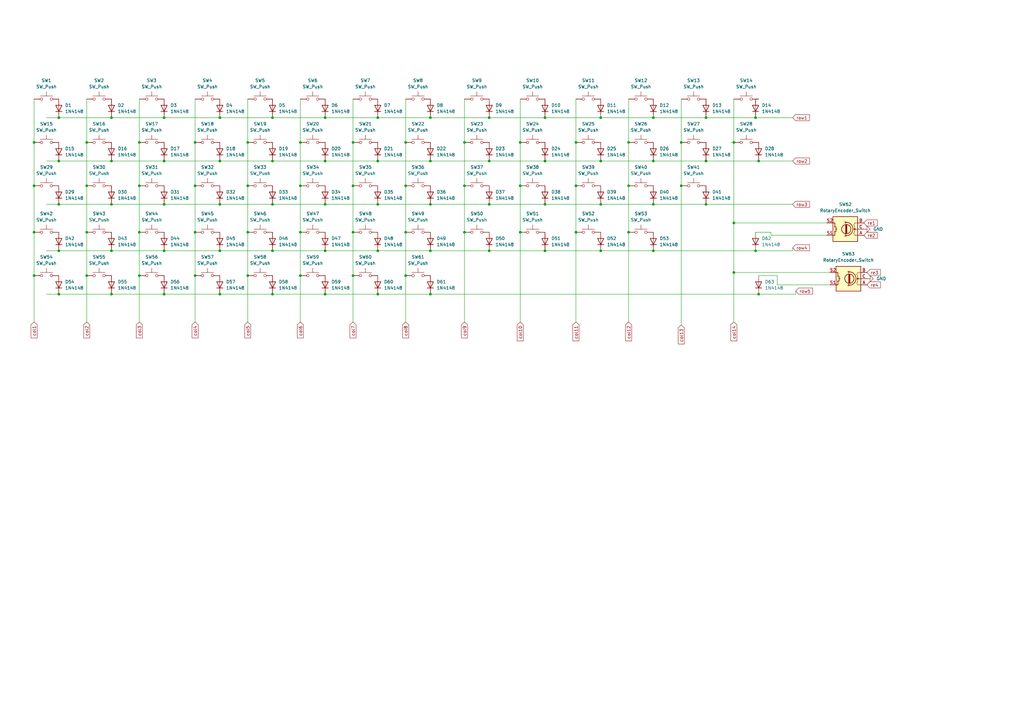
<source format=kicad_sch>
(kicad_sch (version 20250114) (generator "eeschema") (generator_version "9.0")
  (paper "A3")
  (junction (at 246.38 48.26))
  (junction (at 111.76 66.04))
  (junction (at 166.37 76.2))
  (junction (at 166.37 113.03))
  (junction (at 176.53 83.82))
  (junction (at 35.56 95.25))
  (junction (at 67.31 66.04))
  (junction (at 24.13 48.26))
  (junction (at 123.19 76.2))
  (junction (at 90.17 48.26))
  (junction (at 101.6 58.42))
  (junction (at 300.99 58.42))
  (junction (at 133.35 48.26))
  (junction (at 57.15 95.25))
  (junction (at 267.97 102.87))
  (junction (at 123.19 95.25))
  (junction (at 101.6 113.03))
  (junction (at 13.97 95.25))
  (junction (at 144.78 76.2))
  (junction (at 123.19 58.42))
  (junction (at 213.36 58.42))
  (junction (at 154.94 120.65))
  (junction (at 289.56 83.82))
  (junction (at 200.66 66.04))
  (junction (at 90.17 102.87))
  (junction (at 13.97 76.2))
  (junction (at 176.53 120.65))
  (junction (at 90.17 66.04))
  (junction (at 24.13 66.04))
  (junction (at 267.97 48.26))
  (junction (at 176.53 66.04))
  (junction (at 45.72 66.04))
  (junction (at 236.22 76.2))
  (junction (at 190.5 95.25))
  (junction (at 267.97 66.04))
  (junction (at 279.4 76.2))
  (junction (at 35.56 76.2))
  (junction (at 45.72 48.26))
  (junction (at 80.01 58.42))
  (junction (at 45.72 83.82))
  (junction (at 300.99 111.76))
  (junction (at 154.94 83.82))
  (junction (at 133.35 120.65))
  (junction (at 154.94 102.87))
  (junction (at 80.01 76.2))
  (junction (at 257.81 76.2))
  (junction (at 236.22 58.42))
  (junction (at 223.52 48.26))
  (junction (at 176.53 48.26))
  (junction (at 223.52 83.82))
  (junction (at 289.56 66.04))
  (junction (at 200.66 102.87))
  (junction (at 80.01 95.25))
  (junction (at 111.76 83.82))
  (junction (at 166.37 58.42))
  (junction (at 144.78 58.42))
  (junction (at 190.5 76.2))
  (junction (at 257.81 58.42))
  (junction (at 57.15 76.2))
  (junction (at 24.13 102.87))
  (junction (at 213.36 95.25))
  (junction (at 57.15 113.03))
  (junction (at 200.66 48.26))
  (junction (at 289.56 48.26))
  (junction (at 144.78 113.03))
  (junction (at 166.37 95.25))
  (junction (at 309.88 102.87))
  (junction (at 154.94 48.26))
  (junction (at 111.76 102.87))
  (junction (at 311.15 120.65))
  (junction (at 133.35 66.04))
  (junction (at 90.17 83.82))
  (junction (at 311.15 66.04))
  (junction (at 246.38 66.04))
  (junction (at 35.56 58.42))
  (junction (at 57.15 58.42))
  (junction (at 111.76 120.65))
  (junction (at 144.78 95.25))
  (junction (at 111.76 48.26))
  (junction (at 190.5 58.42))
  (junction (at 101.6 76.2))
  (junction (at 133.35 102.87))
  (junction (at 67.31 102.87))
  (junction (at 279.4 58.42))
  (junction (at 257.81 95.25))
  (junction (at 80.01 113.03))
  (junction (at 123.19 113.03))
  (junction (at 101.6 95.25))
  (junction (at 154.94 66.04))
  (junction (at 300.99 91.44))
  (junction (at 24.13 120.65))
  (junction (at 267.97 83.82))
  (junction (at 246.38 102.87))
  (junction (at 223.52 102.87))
  (junction (at 236.22 95.25))
  (junction (at 35.56 113.03))
  (junction (at 213.36 76.2))
  (junction (at 223.52 66.04))
  (junction (at 67.31 48.26))
  (junction (at 13.97 113.03))
  (junction (at 24.13 83.82))
  (junction (at 246.38 83.82))
  (junction (at 67.31 83.82))
  (junction (at 309.88 48.26))
  (junction (at 133.35 83.82))
  (junction (at 45.72 102.87))
  (junction (at 13.97 58.42))
  (junction (at 67.31 120.65))
  (junction (at 176.53 102.87))
  (junction (at 45.72 120.65))
  (junction (at 90.17 120.65))
  (junction (at 200.66 83.82))
  (wire (pts (xy 80.01 58.42) (xy 80.01 76.2)))
  (wire (pts (xy 200.66 83.82) (xy 223.52 83.82)))
  (wire (pts (xy 133.35 66.04) (xy 154.94 66.04)))
  (wire (pts (xy 67.31 102.87) (xy 90.17 102.87)))
  (wire (pts (xy 166.37 95.25) (xy 166.37 113.03)))
  (wire (pts (xy 24.13 66.04) (xy 45.72 66.04)))
  (wire (pts (xy 166.37 40.64) (xy 166.37 58.42)))
  (wire (pts (xy 200.66 48.26) (xy 223.52 48.26)))
  (wire (pts (xy 190.5 40.64) (xy 190.5 58.42)))
  (wire (pts (xy 213.36 76.2) (xy 213.36 95.25)))
  (wire (pts (xy 267.97 66.04) (xy 289.56 66.04)))
  (wire (pts (xy 67.31 66.04) (xy 90.17 66.04)))
  (wire (pts (xy 90.17 120.65) (xy 111.76 120.65)))
  (wire (pts (xy 13.97 58.42) (xy 13.97 76.2)))
  (wire (pts (xy 190.5 76.2) (xy 190.5 95.25)))
  (wire (pts (xy 90.17 66.04) (xy 111.76 66.04)))
  (wire (pts (xy 101.6 76.2) (xy 101.6 95.25)))
  (wire (pts (xy 176.53 83.82) (xy 200.66 83.82)))
  (wire (pts (xy 246.38 48.26) (xy 267.97 48.26)))
  (wire (pts (xy 57.15 113.03) (xy 57.15 132.08)))
  (wire (pts (xy 279.4 76.2) (xy 279.4 133.35)))
  (wire (pts (xy 267.97 83.82) (xy 289.56 83.82)))
  (wire (pts (xy 67.31 120.65) (xy 90.17 120.65)))
  (wire (pts (xy 316.23 96.52) (xy 316.23 95.25)))
  (wire (pts (xy 300.99 111.76) (xy 300.99 132.08)))
  (wire (pts (xy 325.12 102.87) (xy 325.12 101.6)))
  (wire (pts (xy 133.35 83.82) (xy 154.94 83.82)))
  (wire (pts (xy 35.56 95.25) (xy 35.56 113.03)))
  (wire (pts (xy 45.72 66.04) (xy 67.31 66.04)))
  (wire (pts (xy 19.05 102.87) (xy 24.13 102.87)))
  (wire (pts (xy 57.15 95.25) (xy 57.15 113.03)))
  (wire (pts (xy 257.81 40.64) (xy 257.81 58.42)))
  (wire (pts (xy 144.78 40.64) (xy 144.78 58.42)))
  (wire (pts (xy 309.88 48.26) (xy 325.12 48.26)))
  (wire (pts (xy 190.5 58.42) (xy 190.5 76.2)))
  (wire (pts (xy 80.01 76.2) (xy 80.01 95.25)))
  (wire (pts (xy 223.52 102.87) (xy 246.38 102.87)))
  (wire (pts (xy 300.99 111.76) (xy 340.36 111.76)))
  (wire (pts (xy 13.97 95.25) (xy 13.97 113.03)))
  (wire (pts (xy 80.01 113.03) (xy 80.01 132.08)))
  (wire (pts (xy 309.88 102.87) (xy 325.12 102.87)))
  (wire (pts (xy 200.66 102.87) (xy 223.52 102.87)))
  (wire (pts (xy 133.35 102.87) (xy 154.94 102.87)))
  (wire (pts (xy 101.6 40.64) (xy 101.6 58.42)))
  (wire (pts (xy 154.94 66.04) (xy 176.53 66.04)))
  (wire (pts (xy 35.56 76.2) (xy 35.56 95.25)))
  (wire (pts (xy 176.53 120.65) (xy 311.15 120.65)))
  (wire (pts (xy 90.17 83.82) (xy 111.76 83.82)))
  (wire (pts (xy 123.19 113.03) (xy 123.19 132.08)))
  (wire (pts (xy 213.36 40.64) (xy 213.36 58.42)))
  (wire (pts (xy 19.05 66.04) (xy 24.13 66.04)))
  (wire (pts (xy 67.31 83.82) (xy 90.17 83.82)))
  (wire (pts (xy 166.37 76.2) (xy 166.37 95.25)))
  (wire (pts (xy 176.53 48.26) (xy 200.66 48.26)))
  (wire (pts (xy 257.81 76.2) (xy 257.81 95.25)))
  (wire (pts (xy 176.53 66.04) (xy 200.66 66.04)))
  (wire (pts (xy 326.39 120.65) (xy 326.39 119.38)))
  (wire (pts (xy 24.13 102.87) (xy 45.72 102.87)))
  (wire (pts (xy 340.36 116.84) (xy 318.77 116.84)))
  (wire (pts (xy 35.56 58.42) (xy 35.56 76.2)))
  (wire (pts (xy 289.56 48.26) (xy 309.88 48.26)))
  (wire (pts (xy 80.01 95.25) (xy 80.01 113.03)))
  (wire (pts (xy 90.17 102.87) (xy 111.76 102.87)))
  (wire (pts (xy 67.31 48.26) (xy 90.17 48.26)))
  (wire (pts (xy 223.52 48.26) (xy 246.38 48.26)))
  (wire (pts (xy 190.5 95.25) (xy 190.5 132.08)))
  (wire (pts (xy 45.72 102.87) (xy 67.31 102.87)))
  (wire (pts (xy 318.77 116.84) (xy 318.77 113.03)))
  (wire (pts (xy 257.81 95.25) (xy 257.81 132.08)))
  (wire (pts (xy 101.6 58.42) (xy 101.6 76.2)))
  (wire (pts (xy 279.4 58.42) (xy 279.4 76.2)))
  (wire (pts (xy 311.15 66.04) (xy 325.12 66.04)))
  (wire (pts (xy 101.6 95.25) (xy 101.6 113.03)))
  (wire (pts (xy 289.56 83.82) (xy 325.12 83.82)))
  (wire (pts (xy 311.15 120.65) (xy 326.39 120.65)))
  (wire (pts (xy 24.13 48.26) (xy 45.72 48.26)))
  (wire (pts (xy 13.97 40.64) (xy 13.97 58.42)))
  (wire (pts (xy 166.37 113.03) (xy 166.37 132.08)))
  (wire (pts (xy 144.78 58.42) (xy 144.78 76.2)))
  (wire (pts (xy 236.22 76.2) (xy 236.22 95.25)))
  (wire (pts (xy 339.09 96.52) (xy 316.23 96.52)))
  (wire (pts (xy 236.22 40.64) (xy 236.22 58.42)))
  (wire (pts (xy 35.56 113.03) (xy 35.56 132.08)))
  (wire (pts (xy 300.99 40.64) (xy 300.99 58.42)))
  (wire (pts (xy 246.38 66.04) (xy 267.97 66.04)))
  (wire (pts (xy 318.77 113.03) (xy 311.15 113.03)))
  (wire (pts (xy 13.97 76.2) (xy 13.97 95.25)))
  (wire (pts (xy 213.36 95.25) (xy 213.36 132.08)))
  (wire (pts (xy 166.37 58.42) (xy 166.37 76.2)))
  (wire (pts (xy 289.56 66.04) (xy 311.15 66.04)))
  (wire (pts (xy 246.38 102.87) (xy 267.97 102.87)))
  (wire (pts (xy 213.36 58.42) (xy 213.36 76.2)))
  (wire (pts (xy 223.52 66.04) (xy 246.38 66.04)))
  (wire (pts (xy 144.78 113.03) (xy 144.78 132.08)))
  (wire (pts (xy 123.19 76.2) (xy 123.19 95.25)))
  (wire (pts (xy 300.99 58.42) (xy 299.72 58.42)))
  (wire (pts (xy 111.76 48.26) (xy 133.35 48.26)))
  (wire (pts (xy 111.76 83.82) (xy 133.35 83.82)))
  (wire (pts (xy 45.72 120.65) (xy 67.31 120.65)))
  (wire (pts (xy 257.81 58.42) (xy 257.81 76.2)))
  (wire (pts (xy 35.56 40.64) (xy 35.56 58.42)))
  (wire (pts (xy 45.72 48.26) (xy 67.31 48.26)))
  (wire (pts (xy 13.97 113.03) (xy 13.97 132.08)))
  (wire (pts (xy 267.97 102.87) (xy 309.88 102.87)))
  (wire (pts (xy 279.4 40.64) (xy 279.4 58.42)))
  (wire (pts (xy 154.94 102.87) (xy 176.53 102.87)))
  (wire (pts (xy 111.76 120.65) (xy 133.35 120.65)))
  (wire (pts (xy 111.76 66.04) (xy 133.35 66.04)))
  (wire (pts (xy 316.23 95.25) (xy 309.88 95.25)))
  (wire (pts (xy 57.15 40.64) (xy 57.15 58.42)))
  (wire (pts (xy 133.35 48.26) (xy 154.94 48.26)))
  (wire (pts (xy 19.05 48.26) (xy 24.13 48.26)))
  (wire (pts (xy 19.05 83.82) (xy 24.13 83.82)))
  (wire (pts (xy 90.17 48.26) (xy 111.76 48.26)))
  (wire (pts (xy 236.22 58.42) (xy 236.22 76.2)))
  (wire (pts (xy 80.01 40.64) (xy 80.01 58.42)))
  (wire (pts (xy 267.97 48.26) (xy 289.56 48.26)))
  (wire (pts (xy 101.6 113.03) (xy 101.6 132.08)))
  (wire (pts (xy 45.72 83.82) (xy 67.31 83.82)))
  (wire (pts (xy 133.35 120.65) (xy 154.94 120.65)))
  (wire (pts (xy 236.22 95.25) (xy 236.22 132.08)))
  (wire (pts (xy 19.05 120.65) (xy 24.13 120.65)))
  (wire (pts (xy 154.94 120.65) (xy 176.53 120.65)))
  (wire (pts (xy 24.13 83.82) (xy 45.72 83.82)))
  (wire (pts (xy 57.15 76.2) (xy 57.15 95.25)))
  (wire (pts (xy 123.19 40.64) (xy 123.19 58.42)))
  (wire (pts (xy 154.94 48.26) (xy 176.53 48.26)))
  (wire (pts (xy 200.66 66.04) (xy 223.52 66.04)))
  (wire (pts (xy 144.78 76.2) (xy 144.78 95.25)))
  (wire (pts (xy 24.13 120.65) (xy 45.72 120.65)))
  (wire (pts (xy 123.19 58.42) (xy 123.19 76.2)))
  (wire (pts (xy 111.76 102.87) (xy 133.35 102.87)))
  (wire (pts (xy 176.53 102.87) (xy 200.66 102.87)))
  (wire (pts (xy 57.15 58.42) (xy 57.15 76.2)))
  (wire (pts (xy 123.19 95.25) (xy 123.19 113.03)))
  (wire (pts (xy 154.94 83.82) (xy 176.53 83.82)))
  (wire (pts (xy 300.99 58.42) (xy 300.99 91.44)))
  (wire (pts (xy 246.38 83.82) (xy 267.97 83.82)))
  (wire (pts (xy 339.09 91.44) (xy 300.99 91.44)))
  (wire (pts (xy 144.78 95.25) (xy 144.78 113.03)))
  (wire (pts (xy 300.99 91.44) (xy 300.99 111.76)))
  (wire (pts (xy 311.15 40.64) (xy 309.88 40.64)))
  (wire (pts (xy 223.52 83.82) (xy 246.38 83.82)))
  (global_label "row4" (shape input) (at 325.12 101.6 0) (property "Intersheetrefs" "${INTERSHEET_REFS}" (effects (hide yes))))
  (global_label "col6" (shape input) (at 123.19 132.08 270) (property "Intersheetrefs" "${INTERSHEET_REFS}" (effects (hide yes))))
  (global_label "col10" (shape input) (at 213.36 132.08 270) (property "Intersheetrefs" "${INTERSHEET_REFS}" (effects (hide yes))))
  (global_label "row5" (shape input) (at 326.39 119.38 0) (property "Intersheetrefs" "${INTERSHEET_REFS}" (effects (hide yes))))
  (global_label "col8" (shape input) (at 166.37 132.08 270) (property "Intersheetrefs" "${INTERSHEET_REFS}" (effects (hide yes))))
  (global_label "re4" (shape input) (at 355.6 116.84 0) (property "Intersheetrefs" "${INTERSHEET_REFS}" (effects (hide yes))))
  (global_label "re3" (shape input) (at 355.6 111.76 0) (property "Intersheetrefs" "${INTERSHEET_REFS}" (effects (hide yes))))
  (global_label "col5" (shape input) (at 101.6 132.08 270) (property "Intersheetrefs" "${INTERSHEET_REFS}" (effects (hide yes))))
  (global_label "row3" (shape input) (at 325.12 83.82 0) (property "Intersheetrefs" "${INTERSHEET_REFS}" (effects (hide yes))))
  (global_label "col11" (shape input) (at 236.22 132.08 270) (property "Intersheetrefs" "${INTERSHEET_REFS}" (effects (hide yes))))
  (global_label "col14" (shape input) (at 300.99 132.08 270) (property "Intersheetrefs" "${INTERSHEET_REFS}" (effects (hide yes))))
  (global_label "col3" (shape input) (at 57.15 132.08 270) (property "Intersheetrefs" "${INTERSHEET_REFS}" (effects (hide yes))))
  (global_label "col13" (shape input) (at 279.4 133.35 270) (property "Intersheetrefs" "${INTERSHEET_REFS}" (effects (hide yes))))
  (global_label "row1" (shape input) (at 325.12 48.26 0) (property "Intersheetrefs" "${INTERSHEET_REFS}" (effects (hide yes))))
  (global_label "col9" (shape input) (at 190.5 132.08 270) (property "Intersheetrefs" "${INTERSHEET_REFS}" (effects (hide yes))))
  (global_label "row2" (shape input) (at 325.12 66.04 0) (property "Intersheetrefs" "${INTERSHEET_REFS}" (effects (hide yes))))
  (global_label "col1" (shape input) (at 13.97 132.08 270) (property "Intersheetrefs" "${INTERSHEET_REFS}" (effects (hide yes))))
  (global_label "col12" (shape input) (at 257.81 132.08 270) (property "Intersheetrefs" "${INTERSHEET_REFS}" (effects (hide yes))))
  (global_label "re1" (shape input) (at 354.33 91.44 0) (property "Intersheetrefs" "${INTERSHEET_REFS}" (effects (hide yes))))
  (global_label "col2" (shape input) (at 35.56 132.08 270) (property "Intersheetrefs" "${INTERSHEET_REFS}" (effects (hide yes))))
  (global_label "col4" (shape input) (at 80.01 132.08 270) (property "Intersheetrefs" "${INTERSHEET_REFS}" (effects (hide yes))))
  (global_label "re2" (shape input) (at 354.33 96.52 0) (property "Intersheetrefs" "${INTERSHEET_REFS}" (effects (hide yes))))
  (global_label "col7" (shape input) (at 144.78 132.08 270) (property "Intersheetrefs" "${INTERSHEET_REFS}" (effects (hide yes))))
  (symbol (lib_id "Switch:SW_Push") (at 128.27 40.64 0) (unit 1)
    (property "Reference" "SW6" (at 128.27 33.02 0))
    (property "Value" "SW_Push" (at 128.27 35.56 0))
    (property "Footprint" "Button_Switch_Keyboard:SW_Cherry_MX_1.00u_PCB" (effects (hide yes)))
    (property "Description" "Push button switch, generic, two pins" (effects (hide yes)))
  )
  (symbol (lib_id "Switch:SW_Push") (at 62.23 95.25 0) (unit 1)
    (property "Reference" "SW44" (at 62.23 87.63 0))
    (property "Value" "SW_Push" (at 62.23 90.17 0))
    (property "Footprint" "Button_Switch_Keyboard:SW_Cherry_MX_1.00u_PCB" (effects (hide yes)))
    (property "Description" "Push button switch, generic, two pins" (effects (hide yes)))
  )
  (symbol (lib_id "Diode:1N4148") (at 24.13 80.01 90) (unit 1)
    (property "Reference" "D29" (at 26.67 78.7399 90) (effects (justify right)))
    (property "Value" "1N4148" (at 26.67 81.2799 90) (effects (justify right)))
    (property "Footprint" "Diode_THT:D_DO-35_SOD27_P7.62mm_Horizontal" (effects (hide yes)))
    (property "Datasheet" "https://assets.nexperia.com/documents/data-sheet/1N4148_1N4448.pdf" (effects (hide yes)))
    (property "Description" "100V 0.15A standard switching diode, DO-35" (effects (hide yes)))
    (property "Sim.Device" "D" (effects (hide yes)))
    (property "Sim.Pins" "1=K 2=A" (effects (hide yes)))
  )
  (symbol (lib_id "Switch:SW_Push") (at 171.45 113.03 0) (unit 1)
    (property "Reference" "SW61" (at 171.45 105.41 0))
    (property "Value" "SW_Push" (at 171.45 107.95 0))
    (property "Footprint" "Button_Switch_Keyboard:SW_Cherry_MX_1.25u_PCB" (effects (hide yes)))
    (property "Description" "Push button switch, generic, two pins" (effects (hide yes)))
  )
  (symbol (lib_id "Switch:SW_Push") (at 262.89 58.42 0) (unit 1)
    (property "Reference" "SW26" (at 262.89 50.8 0))
    (property "Value" "SW_Push" (at 262.89 53.34 0))
    (property "Footprint" "Button_Switch_Keyboard:SW_Cherry_MX_1.00u_PCB" (effects (hide yes)))
    (property "Description" "Push button switch, generic, two pins" (effects (hide yes)))
  )
  (symbol (lib_id "Switch:SW_Push") (at 195.58 76.2 0) (unit 1)
    (property "Reference" "SW37" (at 195.58 68.58 0))
    (property "Value" "SW_Push" (at 195.58 71.12 0))
    (property "Footprint" "Button_Switch_Keyboard:SW_Cherry_MX_1.00u_PCB" (effects (hide yes)))
    (property "Description" "Push button switch, generic, two pins" (effects (hide yes)))
  )
  (symbol (lib_id "Switch:SW_Push") (at 62.23 113.03 0) (unit 1)
    (property "Reference" "SW56" (at 62.23 105.41 0))
    (property "Value" "SW_Push" (at 62.23 107.95 0))
    (property "Footprint" "Button_Switch_Keyboard:SW_Cherry_MX_1.25u_PCB" (effects (hide yes)))
    (property "Description" "Push button switch, generic, two pins" (effects (hide yes)))
  )
  (symbol (lib_id "Diode:1N4148") (at 90.17 80.01 90) (unit 1)
    (property "Reference" "D32" (at 92.71 78.7399 90) (effects (justify right)))
    (property "Value" "1N4148" (at 92.71 81.2799 90) (effects (justify right)))
    (property "Footprint" "Diode_THT:D_DO-35_SOD27_P7.62mm_Horizontal" (effects (hide yes)))
    (property "Datasheet" "https://assets.nexperia.com/documents/data-sheet/1N4148_1N4448.pdf" (effects (hide yes)))
    (property "Description" "100V 0.15A standard switching diode, DO-35" (effects (hide yes)))
    (property "Sim.Device" "D" (effects (hide yes)))
    (property "Sim.Pins" "1=K 2=A" (effects (hide yes)))
  )
  (symbol (lib_id "Switch:SW_Push") (at 195.58 58.42 0) (unit 1)
    (property "Reference" "SW23" (at 195.58 50.8 0))
    (property "Value" "SW_Push" (at 195.58 53.34 0))
    (property "Footprint" "Button_Switch_Keyboard:SW_Cherry_MX_1.00u_PCB" (effects (hide yes)))
    (property "Description" "Push button switch, generic, two pins" (effects (hide yes)))
  )
  (symbol (lib_id "Switch:SW_Push") (at 149.86 113.03 0) (unit 1)
    (property "Reference" "SW60" (at 149.86 105.41 0))
    (property "Value" "SW_Push" (at 149.86 107.95 0))
    (property "Footprint" "Button_Switch_Keyboard:SW_Cherry_MX_1.25u_PCB" (effects (hide yes)))
    (property "Description" "Push button switch, generic, two pins" (effects (hide yes)))
  )
  (symbol (lib_id "Switch:SW_Push") (at 128.27 95.25 0) (unit 1)
    (property "Reference" "SW47" (at 128.27 87.63 0))
    (property "Value" "SW_Push" (at 128.27 90.17 0))
    (property "Footprint" "Button_Switch_Keyboard:SW_Cherry_MX_1.00u_PCB" (effects (hide yes)))
    (property "Description" "Push button switch, generic, two pins" (effects (hide yes)))
  )
  (symbol (lib_id "Diode:1N4148") (at 45.72 80.01 90) (unit 1)
    (property "Reference" "D30" (at 48.26 78.7399 90) (effects (justify right)))
    (property "Value" "1N4148" (at 48.26 81.2799 90) (effects (justify right)))
    (property "Footprint" "Diode_THT:D_DO-35_SOD27_P7.62mm_Horizontal" (effects (hide yes)))
    (property "Datasheet" "https://assets.nexperia.com/documents/data-sheet/1N4148_1N4448.pdf" (effects (hide yes)))
    (property "Description" "100V 0.15A standard switching diode, DO-35" (effects (hide yes)))
    (property "Sim.Device" "D" (effects (hide yes)))
    (property "Sim.Pins" "1=K 2=A" (effects (hide yes)))
  )
  (symbol (lib_id "Switch:SW_Push") (at 241.3 76.2 0) (unit 1)
    (property "Reference" "SW39" (at 241.3 68.58 0))
    (property "Value" "SW_Push" (at 241.3 71.12 0))
    (property "Footprint" "Button_Switch_Keyboard:SW_Cherry_MX_1.00u_PCB" (effects (hide yes)))
    (property "Description" "Push button switch, generic, two pins" (effects (hide yes)))
  )
  (symbol (lib_id "Switch:SW_Push") (at 85.09 58.42 0) (unit 1)
    (property "Reference" "SW18" (at 85.09 50.8 0))
    (property "Value" "SW_Push" (at 85.09 53.34 0))
    (property "Footprint" "Button_Switch_Keyboard:SW_Cherry_MX_1.00u_PCB" (effects (hide yes)))
    (property "Description" "Push button switch, generic, two pins" (effects (hide yes)))
  )
  (symbol (lib_id "Switch:SW_Push") (at 262.89 95.25 0) (unit 1)
    (property "Reference" "SW53" (at 262.89 87.63 0))
    (property "Value" "SW_Push" (at 262.89 90.17 0))
    (property "Footprint" "Button_Switch_Keyboard:SW_Cherry_MX_2.75u_PCB" (effects (hide yes)))
    (property "Description" "Push button switch, generic, two pins" (effects (hide yes)))
  )
  (symbol (lib_id "Diode:1N4148") (at 111.76 99.06 90) (unit 1)
    (property "Reference" "D46" (at 114.3 97.7899 90) (effects (justify right)))
    (property "Value" "1N4148" (at 114.3 100.3299 90) (effects (justify right)))
    (property "Footprint" "Diode_THT:D_DO-35_SOD27_P7.62mm_Horizontal" (effects (hide yes)))
    (property "Datasheet" "https://assets.nexperia.com/documents/data-sheet/1N4148_1N4448.pdf" (effects (hide yes)))
    (property "Description" "100V 0.15A standard switching diode, DO-35" (effects (hide yes)))
    (property "Sim.Device" "D" (effects (hide yes)))
    (property "Sim.Pins" "1=K 2=A" (effects (hide yes)))
  )
  (symbol (lib_id "Diode:1N4148") (at 67.31 62.23 90) (unit 1)
    (property "Reference" "D17" (at 69.85 60.9599 90) (effects (justify right)))
    (property "Value" "1N4148" (at 69.85 63.4999 90) (effects (justify right)))
    (property "Footprint" "Diode_THT:D_DO-35_SOD27_P7.62mm_Horizontal" (effects (hide yes)))
    (property "Datasheet" "https://assets.nexperia.com/documents/data-sheet/1N4148_1N4448.pdf" (effects (hide yes)))
    (property "Description" "100V 0.15A standard switching diode, DO-35" (effects (hide yes)))
    (property "Sim.Device" "D" (effects (hide yes)))
    (property "Sim.Pins" "1=K 2=A" (effects (hide yes)))
  )
  (symbol (lib_id "Switch:SW_Push") (at 306.07 40.64 0) (unit 1)
    (property "Reference" "SW14" (at 306.07 33.02 0))
    (property "Value" "SW_Push" (at 306.07 35.56 0))
    (property "Footprint" "Button_Switch_Keyboard:SW_Cherry_MX_2.00u_PCB" (effects (hide yes)))
    (property "Description" "Push button switch, generic, two pins" (effects (hide yes)))
  )
  (symbol (lib_id "Diode:1N4148") (at 154.94 44.45 90) (unit 1)
    (property "Reference" "D7" (at 157.48 43.1799 90) (effects (justify right)))
    (property "Value" "1N4148" (at 157.48 45.7199 90) (effects (justify right)))
    (property "Footprint" "Diode_THT:D_DO-35_SOD27_P7.62mm_Horizontal" (effects (hide yes)))
    (property "Datasheet" "https://assets.nexperia.com/documents/data-sheet/1N4148_1N4448.pdf" (effects (hide yes)))
    (property "Description" "100V 0.15A standard switching diode, DO-35" (effects (hide yes)))
    (property "Sim.Device" "D" (effects (hide yes)))
    (property "Sim.Pins" "1=K 2=A" (effects (hide yes)))
  )
  (symbol (lib_id "Diode:1N4148") (at 24.13 62.23 90) (unit 1)
    (property "Reference" "D15" (at 26.67 60.9599 90) (effects (justify right)))
    (property "Value" "1N4148" (at 26.67 63.4999 90) (effects (justify right)))
    (property "Footprint" "Diode_THT:D_DO-35_SOD27_P7.62mm_Horizontal" (effects (hide yes)))
    (property "Datasheet" "https://assets.nexperia.com/documents/data-sheet/1N4148_1N4448.pdf" (effects (hide yes)))
    (property "Description" "100V 0.15A standard switching diode, DO-35" (effects (hide yes)))
    (property "Sim.Device" "D" (effects (hide yes)))
    (property "Sim.Pins" "1=K 2=A" (effects (hide yes)))
  )
  (symbol (lib_id "Diode:1N4148") (at 176.53 44.45 90) (unit 1)
    (property "Reference" "D8" (at 179.07 43.1799 90) (effects (justify right)))
    (property "Value" "1N4148" (at 179.07 45.7199 90) (effects (justify right)))
    (property "Footprint" "Diode_THT:D_DO-35_SOD27_P7.62mm_Horizontal" (effects (hide yes)))
    (property "Datasheet" "https://assets.nexperia.com/documents/data-sheet/1N4148_1N4448.pdf" (effects (hide yes)))
    (property "Description" "100V 0.15A standard switching diode, DO-35" (effects (hide yes)))
    (property "Sim.Device" "D" (effects (hide yes)))
    (property "Sim.Pins" "1=K 2=A" (effects (hide yes)))
  )
  (symbol (lib_id "Diode:1N4148") (at 133.35 99.06 90) (unit 1)
    (property "Reference" "D47" (at 135.89 97.7899 90) (effects (justify right)))
    (property "Value" "1N4148" (at 135.89 100.3299 90) (effects (justify right)))
    (property "Footprint" "Diode_THT:D_DO-35_SOD27_P7.62mm_Horizontal" (effects (hide yes)))
    (property "Datasheet" "https://assets.nexperia.com/documents/data-sheet/1N4148_1N4448.pdf" (effects (hide yes)))
    (property "Description" "100V 0.15A standard switching diode, DO-35" (effects (hide yes)))
    (property "Sim.Device" "D" (effects (hide yes)))
    (property "Sim.Pins" "1=K 2=A" (effects (hide yes)))
  )
  (symbol (lib_id "Switch:SW_Push") (at 241.3 40.64 0) (unit 1)
    (property "Reference" "SW11" (at 241.3 33.02 0))
    (property "Value" "SW_Push" (at 241.3 35.56 0))
    (property "Footprint" "Button_Switch_Keyboard:SW_Cherry_MX_1.00u_PCB" (effects (hide yes)))
    (property "Description" "Push button switch, generic, two pins" (effects (hide yes)))
  )
  (symbol (lib_id "Diode:1N4148") (at 246.38 62.23 90) (unit 1)
    (property "Reference" "D25" (at 248.92 60.9599 90) (effects (justify right)))
    (property "Value" "1N4148" (at 248.92 63.4999 90) (effects (justify right)))
    (property "Footprint" "Diode_THT:D_DO-35_SOD27_P7.62mm_Horizontal" (effects (hide yes)))
    (property "Datasheet" "https://assets.nexperia.com/documents/data-sheet/1N4148_1N4448.pdf" (effects (hide yes)))
    (property "Description" "100V 0.15A standard switching diode, DO-35" (effects (hide yes)))
    (property "Sim.Device" "D" (effects (hide yes)))
    (property "Sim.Pins" "1=K 2=A" (effects (hide yes)))
  )
  (symbol (lib_id "Diode:1N4148") (at 246.38 99.06 90) (unit 1)
    (property "Reference" "D52" (at 248.92 97.7899 90) (effects (justify right)))
    (property "Value" "1N4148" (at 248.92 100.3299 90) (effects (justify right)))
    (property "Footprint" "Diode_THT:D_DO-35_SOD27_P7.62mm_Horizontal" (effects (hide yes)))
    (property "Datasheet" "https://assets.nexperia.com/documents/data-sheet/1N4148_1N4448.pdf" (effects (hide yes)))
    (property "Description" "100V 0.15A standard switching diode, DO-35" (effects (hide yes)))
    (property "Sim.Device" "D" (effects (hide yes)))
    (property "Sim.Pins" "1=K 2=A" (effects (hide yes)))
  )
  (symbol (lib_id "Diode:1N4148") (at 200.66 80.01 90) (unit 1)
    (property "Reference" "D37" (at 203.2 78.7399 90) (effects (justify right)))
    (property "Value" "1N4148" (at 203.2 81.2799 90) (effects (justify right)))
    (property "Footprint" "Diode_THT:D_DO-35_SOD27_P7.62mm_Horizontal" (effects (hide yes)))
    (property "Datasheet" "https://assets.nexperia.com/documents/data-sheet/1N4148_1N4448.pdf" (effects (hide yes)))
    (property "Description" "100V 0.15A standard switching diode, DO-35" (effects (hide yes)))
    (property "Sim.Device" "D" (effects (hide yes)))
    (property "Sim.Pins" "1=K 2=A" (effects (hide yes)))
  )
  (symbol (lib_id "Switch:SW_Push") (at 19.05 95.25 0) (unit 1)
    (property "Reference" "SW42" (at 19.05 87.63 0))
    (property "Value" "SW_Push" (at 19.05 90.17 0))
    (property "Footprint" "Button_Switch_Keyboard:SW_Cherry_MX_2.25u_PCB" (effects (hide yes)))
    (property "Description" "Push button switch, generic, two pins" (effects (hide yes)))
  )
  (symbol (lib_id "Switch:SW_Push") (at 171.45 58.42 0) (unit 1)
    (property "Reference" "SW22" (at 171.45 50.8 0))
    (property "Value" "SW_Push" (at 171.45 53.34 0))
    (property "Footprint" "Button_Switch_Keyboard:SW_Cherry_MX_1.00u_PCB" (effects (hide yes)))
    (property "Description" "Push button switch, generic, two pins" (effects (hide yes)))
  )
  (symbol (lib_id "Switch:SW_Push") (at 106.68 58.42 0) (unit 1)
    (property "Reference" "SW19" (at 106.68 50.8 0))
    (property "Value" "SW_Push" (at 106.68 53.34 0))
    (property "Footprint" "Button_Switch_Keyboard:SW_Cherry_MX_1.00u_PCB" (effects (hide yes)))
    (property "Description" "Push button switch, generic, two pins" (effects (hide yes)))
  )
  (symbol (lib_id "Switch:SW_Push") (at 40.64 76.2 0) (unit 1)
    (property "Reference" "SW30" (at 40.64 68.58 0))
    (property "Value" "SW_Push" (at 40.64 71.12 0))
    (property "Footprint" "Button_Switch_Keyboard:SW_Cherry_MX_1.00u_PCB" (effects (hide yes)))
    (property "Description" "Push button switch, generic, two pins" (effects (hide yes)))
  )
  (symbol (lib_id "Switch:SW_Push") (at 40.64 95.25 0) (unit 1)
    (property "Reference" "SW43" (at 40.64 87.63 0))
    (property "Value" "SW_Push" (at 40.64 90.17 0))
    (property "Footprint" "Button_Switch_Keyboard:SW_Cherry_MX_1.00u_PCB" (effects (hide yes)))
    (property "Description" "Push button switch, generic, two pins" (effects (hide yes)))
  )
  (symbol (lib_id "Switch:SW_Push") (at 149.86 76.2 0) (unit 1)
    (property "Reference" "SW35" (at 149.86 68.58 0))
    (property "Value" "SW_Push" (at 149.86 71.12 0))
    (property "Footprint" "Button_Switch_Keyboard:SW_Cherry_MX_1.00u_PCB" (effects (hide yes)))
    (property "Description" "Push button switch, generic, two pins" (effects (hide yes)))
  )
  (symbol (lib_id "Switch:SW_Push") (at 171.45 95.25 0) (unit 1)
    (property "Reference" "SW49" (at 171.45 87.63 0))
    (property "Value" "SW_Push" (at 171.45 90.17 0))
    (property "Footprint" "Button_Switch_Keyboard:SW_Cherry_MX_1.00u_PCB" (effects (hide yes)))
    (property "Description" "Push button switch, generic, two pins" (effects (hide yes)))
  )
  (symbol (lib_id "Diode:1N4148") (at 311.15 116.84 90) (unit 1)
    (property "Reference" "D63" (at 313.69 115.5699 90) (effects (justify right)))
    (property "Value" "1N4148" (at 313.69 118.1099 90) (effects (justify right)))
    (property "Footprint" "Diode_THT:D_DO-35_SOD27_P7.62mm_Horizontal" (effects (hide yes)))
    (property "Datasheet" "https://assets.nexperia.com/documents/data-sheet/1N4148_1N4448.pdf" (effects (hide yes)))
    (property "Description" "100V 0.15A standard switching diode, DO-35" (effects (hide yes)))
    (property "Sim.Device" "D" (effects (hide yes)))
    (property "Sim.Pins" "1=K 2=A" (effects (hide yes)))
  )
  (symbol (lib_id "Diode:1N4148") (at 223.52 44.45 90) (unit 1)
    (property "Reference" "D10" (at 226.06 43.1799 90) (effects (justify right)))
    (property "Value" "1N4148" (at 226.06 45.7199 90) (effects (justify right)))
    (property "Footprint" "Diode_THT:D_DO-35_SOD27_P7.62mm_Horizontal" (effects (hide yes)))
    (property "Datasheet" "https://assets.nexperia.com/documents/data-sheet/1N4148_1N4448.pdf" (effects (hide yes)))
    (property "Description" "100V 0.15A standard switching diode, DO-35" (effects (hide yes)))
    (property "Sim.Device" "D" (effects (hide yes)))
    (property "Sim.Pins" "1=K 2=A" (effects (hide yes)))
  )
  (symbol (lib_id "Diode:1N4148") (at 289.56 62.23 90) (unit 1)
    (property "Reference" "D27" (at 292.1 60.9599 90) (effects (justify right)))
    (property "Value" "1N4148" (at 292.1 63.4999 90) (effects (justify right)))
    (property "Footprint" "Diode_THT:D_DO-35_SOD27_P7.62mm_Horizontal" (effects (hide yes)))
    (property "Datasheet" "https://assets.nexperia.com/documents/data-sheet/1N4148_1N4448.pdf" (effects (hide yes)))
    (property "Description" "100V 0.15A standard switching diode, DO-35" (effects (hide yes)))
    (property "Sim.Device" "D" (effects (hide yes)))
    (property "Sim.Pins" "1=K 2=A" (effects (hide yes)))
  )
  (symbol (lib_id "Diode:1N4148") (at 90.17 99.06 90) (unit 1)
    (property "Reference" "D45" (at 92.71 97.7899 90) (effects (justify right)))
    (property "Value" "1N4148" (at 92.71 100.3299 90) (effects (justify right)))
    (property "Footprint" "Diode_THT:D_DO-35_SOD27_P7.62mm_Horizontal" (effects (hide yes)))
    (property "Datasheet" "https://assets.nexperia.com/documents/data-sheet/1N4148_1N4448.pdf" (effects (hide yes)))
    (property "Description" "100V 0.15A standard switching diode, DO-35" (effects (hide yes)))
    (property "Sim.Device" "D" (effects (hide yes)))
    (property "Sim.Pins" "1=K 2=A" (effects (hide yes)))
  )
  (symbol (lib_id "Diode:1N4148") (at 90.17 62.23 90) (unit 1)
    (property "Reference" "D18" (at 92.71 60.9599 90) (effects (justify right)))
    (property "Value" "1N4148" (at 92.71 63.4999 90) (effects (justify right)))
    (property "Footprint" "Diode_THT:D_DO-35_SOD27_P7.62mm_Horizontal" (effects (hide yes)))
    (property "Datasheet" "https://assets.nexperia.com/documents/data-sheet/1N4148_1N4448.pdf" (effects (hide yes)))
    (property "Description" "100V 0.15A standard switching diode, DO-35" (effects (hide yes)))
    (property "Sim.Device" "D" (effects (hide yes)))
    (property "Sim.Pins" "1=K 2=A" (effects (hide yes)))
  )
  (symbol (lib_id "Diode:1N4148") (at 24.13 116.84 90) (unit 1)
    (property "Reference" "D54" (at 26.67 115.5699 90) (effects (justify right)))
    (property "Value" "1N4148" (at 26.67 118.1099 90) (effects (justify right)))
    (property "Footprint" "Diode_THT:D_DO-35_SOD27_P7.62mm_Horizontal" (effects (hide yes)))
    (property "Datasheet" "https://assets.nexperia.com/documents/data-sheet/1N4148_1N4448.pdf" (effects (hide yes)))
    (property "Description" "100V 0.15A standard switching diode, DO-35" (effects (hide yes)))
    (property "Sim.Device" "D" (effects (hide yes)))
    (property "Sim.Pins" "1=K 2=A" (effects (hide yes)))
  )
  (symbol (lib_id "power:GND") (at 354.33 93.98 90) (unit 1)
    (property "Reference" "#PWR02" (effects (hide yes)))
    (property "Value" "GND" (at 358.14 93.9799 90) (effects (justify right)))
    (property "Description" "Power symbol creates a global label with name \"GND\" , ground" (effects (hide yes)))
  )
  (symbol (lib_id "Diode:1N4148") (at 176.53 62.23 90) (unit 1)
    (property "Reference" "D22" (at 179.07 60.9599 90) (effects (justify right)))
    (property "Value" "1N4148" (at 179.07 63.4999 90) (effects (justify right)))
    (property "Footprint" "Diode_THT:D_DO-35_SOD27_P7.62mm_Horizontal" (effects (hide yes)))
    (property "Datasheet" "https://assets.nexperia.com/documents/data-sheet/1N4148_1N4448.pdf" (effects (hide yes)))
    (property "Description" "100V 0.15A standard switching diode, DO-35" (effects (hide yes)))
    (property "Sim.Device" "D" (effects (hide yes)))
    (property "Sim.Pins" "1=K 2=A" (effects (hide yes)))
  )
  (symbol (lib_id "Diode:1N4148") (at 67.31 116.84 90) (unit 1)
    (property "Reference" "D56" (at 69.85 115.5699 90) (effects (justify right)))
    (property "Value" "1N4148" (at 69.85 118.1099 90) (effects (justify right)))
    (property "Footprint" "Diode_THT:D_DO-35_SOD27_P7.62mm_Horizontal" (effects (hide yes)))
    (property "Datasheet" "https://assets.nexperia.com/documents/data-sheet/1N4148_1N4448.pdf" (effects (hide yes)))
    (property "Description" "100V 0.15A standard switching diode, DO-35" (effects (hide yes)))
    (property "Sim.Device" "D" (effects (hide yes)))
    (property "Sim.Pins" "1=K 2=A" (effects (hide yes)))
  )
  (symbol (lib_id "Switch:SW_Push") (at 284.48 40.64 0) (unit 1)
    (property "Reference" "SW13" (at 284.48 33.02 0))
    (property "Value" "SW_Push" (at 284.48 35.56 0))
    (property "Footprint" "Button_Switch_Keyboard:SW_Cherry_MX_1.00u_PCB" (effects (hide yes)))
    (property "Description" "Push button switch, generic, two pins" (effects (hide yes)))
  )
  (symbol (lib_id "Switch:SW_Push") (at 106.68 95.25 0) (unit 1)
    (property "Reference" "SW46" (at 106.68 87.63 0))
    (property "Value" "SW_Push" (at 106.68 90.17 0))
    (property "Footprint" "Button_Switch_Keyboard:SW_Cherry_MX_1.00u_PCB" (effects (hide yes)))
    (property "Description" "Push button switch, generic, two pins" (effects (hide yes)))
  )
  (symbol (lib_id "Switch:SW_Push") (at 171.45 76.2 0) (unit 1)
    (property "Reference" "SW36" (at 171.45 68.58 0))
    (property "Value" "SW_Push" (at 171.45 71.12 0))
    (property "Footprint" "Button_Switch_Keyboard:SW_Cherry_MX_1.00u_PCB" (effects (hide yes)))
    (property "Description" "Push button switch, generic, two pins" (effects (hide yes)))
  )
  (symbol (lib_id "Switch:SW_Push") (at 62.23 58.42 0) (unit 1)
    (property "Reference" "SW17" (at 62.23 50.8 0))
    (property "Value" "SW_Push" (at 62.23 53.34 0))
    (property "Footprint" "Button_Switch_Keyboard:SW_Cherry_MX_1.00u_PCB" (effects (hide yes)))
    (property "Description" "Push button switch, generic, two pins" (effects (hide yes)))
  )
  (symbol (lib_id "Diode:1N4148") (at 133.35 62.23 90) (unit 1)
    (property "Reference" "D20" (at 135.89 60.9599 90) (effects (justify right)))
    (property "Value" "1N4148" (at 135.89 63.4999 90) (effects (justify right)))
    (property "Footprint" "Diode_THT:D_DO-35_SOD27_P7.62mm_Horizontal" (effects (hide yes)))
    (property "Datasheet" "https://assets.nexperia.com/documents/data-sheet/1N4148_1N4448.pdf" (effects (hide yes)))
    (property "Description" "100V 0.15A standard switching diode, DO-35" (effects (hide yes)))
    (property "Sim.Device" "D" (effects (hide yes)))
    (property "Sim.Pins" "1=K 2=A" (effects (hide yes)))
  )
  (symbol (lib_id "Switch:SW_Push") (at 149.86 95.25 0) (unit 1)
    (property "Reference" "SW48" (at 149.86 87.63 0))
    (property "Value" "SW_Push" (at 149.86 90.17 0))
    (property "Footprint" "Button_Switch_Keyboard:SW_Cherry_MX_1.00u_PCB" (effects (hide yes)))
    (property "Description" "Push button switch, generic, two pins" (effects (hide yes)))
  )
  (symbol (lib_id "Diode:1N4148") (at 133.35 80.01 90) (unit 1)
    (property "Reference" "D34" (at 135.89 78.7399 90) (effects (justify right)))
    (property "Value" "1N4148" (at 135.89 81.2799 90) (effects (justify right)))
    (property "Footprint" "Diode_THT:D_DO-35_SOD27_P7.62mm_Horizontal" (effects (hide yes)))
    (property "Datasheet" "https://assets.nexperia.com/documents/data-sheet/1N4148_1N4448.pdf" (effects (hide yes)))
    (property "Description" "100V 0.15A standard switching diode, DO-35" (effects (hide yes)))
    (property "Sim.Device" "D" (effects (hide yes)))
    (property "Sim.Pins" "1=K 2=A" (effects (hide yes)))
  )
  (symbol (lib_id "Diode:1N4148") (at 45.72 116.84 90) (unit 1)
    (property "Reference" "D55" (at 48.26 115.5699 90) (effects (justify right)))
    (property "Value" "1N4148" (at 48.26 118.1099 90) (effects (justify right)))
    (property "Footprint" "Diode_THT:D_DO-35_SOD27_P7.62mm_Horizontal" (effects (hide yes)))
    (property "Datasheet" "https://assets.nexperia.com/documents/data-sheet/1N4148_1N4448.pdf" (effects (hide yes)))
    (property "Description" "100V 0.15A standard switching diode, DO-35" (effects (hide yes)))
    (property "Sim.Device" "D" (effects (hide yes)))
    (property "Sim.Pins" "1=K 2=A" (effects (hide yes)))
  )
  (symbol (lib_id "Switch:SW_Push") (at 262.89 40.64 0) (unit 1)
    (property "Reference" "SW12" (at 262.89 33.02 0))
    (property "Value" "SW_Push" (at 262.89 35.56 0))
    (property "Footprint" "Button_Switch_Keyboard:SW_Cherry_MX_1.00u_PCB" (effects (hide yes)))
    (property "Description" "Push button switch, generic, two pins" (effects (hide yes)))
  )
  (symbol (lib_id "Switch:SW_Push") (at 149.86 40.64 0) (unit 1)
    (property "Reference" "SW7" (at 149.86 33.02 0))
    (property "Value" "SW_Push" (at 149.86 35.56 0))
    (property "Footprint" "Button_Switch_Keyboard:SW_Cherry_MX_1.00u_PCB" (effects (hide yes)))
    (property "Description" "Push button switch, generic, two pins" (effects (hide yes)))
  )
  (symbol (lib_id "Diode:1N4148") (at 154.94 80.01 90) (unit 1)
    (property "Reference" "D35" (at 157.48 78.7399 90) (effects (justify right)))
    (property "Value" "1N4148" (at 157.48 81.2799 90) (effects (justify right)))
    (property "Footprint" "Diode_THT:D_DO-35_SOD27_P7.62mm_Horizontal" (effects (hide yes)))
    (property "Datasheet" "https://assets.nexperia.com/documents/data-sheet/1N4148_1N4448.pdf" (effects (hide yes)))
    (property "Description" "100V 0.15A standard switching diode, DO-35" (effects (hide yes)))
    (property "Sim.Device" "D" (effects (hide yes)))
    (property "Sim.Pins" "1=K 2=A" (effects (hide yes)))
  )
  (symbol (lib_id "Diode:1N4148") (at 154.94 99.06 90) (unit 1)
    (property "Reference" "D48" (at 157.48 97.7899 90) (effects (justify right)))
    (property "Value" "1N4148" (at 157.48 100.3299 90) (effects (justify right)))
    (property "Footprint" "Diode_THT:D_DO-35_SOD27_P7.62mm_Horizontal" (effects (hide yes)))
    (property "Datasheet" "https://assets.nexperia.com/documents/data-sheet/1N4148_1N4448.pdf" (effects (hide yes)))
    (property "Description" "100V 0.15A standard switching diode, DO-35" (effects (hide yes)))
    (property "Sim.Device" "D" (effects (hide yes)))
    (property "Sim.Pins" "1=K 2=A" (effects (hide yes)))
  )
  (symbol (lib_id "Switch:SW_Push") (at 218.44 95.25 0) (unit 1)
    (property "Reference" "SW51" (at 218.44 87.63 0))
    (property "Value" "SW_Push" (at 218.44 90.17 0))
    (property "Footprint" "Button_Switch_Keyboard:SW_Cherry_MX_1.00u_PCB" (effects (hide yes)))
    (property "Description" "Push button switch, generic, two pins" (effects (hide yes)))
  )
  (symbol (lib_id "Diode:1N4148") (at 67.31 99.06 90) (unit 1)
    (property "Reference" "D44" (at 69.85 97.7899 90) (effects (justify right)))
    (property "Value" "1N4148" (at 69.85 100.3299 90) (effects (justify right)))
    (property "Footprint" "Diode_THT:D_DO-35_SOD27_P7.62mm_Horizontal" (effects (hide yes)))
    (property "Datasheet" "https://assets.nexperia.com/documents/data-sheet/1N4148_1N4448.pdf" (effects (hide yes)))
    (property "Description" "100V 0.15A standard switching diode, DO-35" (effects (hide yes)))
    (property "Sim.Device" "D" (effects (hide yes)))
    (property "Sim.Pins" "1=K 2=A" (effects (hide yes)))
  )
  (symbol (lib_id "Diode:1N4148") (at 111.76 62.23 90) (unit 1)
    (property "Reference" "D19" (at 114.3 60.9599 90) (effects (justify right)))
    (property "Value" "1N4148" (at 114.3 63.4999 90) (effects (justify right)))
    (property "Footprint" "Diode_THT:D_DO-35_SOD27_P7.62mm_Horizontal" (effects (hide yes)))
    (property "Datasheet" "https://assets.nexperia.com/documents/data-sheet/1N4148_1N4448.pdf" (effects (hide yes)))
    (property "Description" "100V 0.15A standard switching diode, DO-35" (effects (hide yes)))
    (property "Sim.Device" "D" (effects (hide yes)))
    (property "Sim.Pins" "1=K 2=A" (effects (hide yes)))
  )
  (symbol (lib_id "Switch:SW_Push") (at 62.23 40.64 0) (unit 1)
    (property "Reference" "SW3" (at 62.23 33.02 0))
    (property "Value" "SW_Push" (at 62.23 35.56 0))
    (property "Footprint" "Button_Switch_Keyboard:SW_Cherry_MX_1.00u_PCB" (effects (hide yes)))
    (property "Description" "Push button switch, generic, two pins" (effects (hide yes)))
  )
  (symbol (lib_id "Switch:SW_Push") (at 19.05 58.42 0) (unit 1)
    (property "Reference" "SW15" (at 19.05 50.8 0))
    (property "Value" "SW_Push" (at 19.05 53.34 0))
    (property "Footprint" "Button_Switch_Keyboard:SW_Cherry_MX_1.50u_PCB" (effects (hide yes)))
    (property "Description" "Push button switch, generic, two pins" (effects (hide yes)))
  )
  (symbol (lib_id "Diode:1N4148") (at 311.15 62.23 90) (unit 1)
    (property "Reference" "D28" (at 313.69 60.9599 90) (effects (justify right)))
    (property "Value" "1N4148" (at 313.69 63.4999 90) (effects (justify right)))
    (property "Footprint" "Diode_THT:D_DO-35_SOD27_P7.62mm_Horizontal" (effects (hide yes)))
    (property "Datasheet" "https://assets.nexperia.com/documents/data-sheet/1N4148_1N4448.pdf" (effects (hide yes)))
    (property "Description" "100V 0.15A standard switching diode, DO-35" (effects (hide yes)))
    (property "Sim.Device" "D" (effects (hide yes)))
    (property "Sim.Pins" "1=K 2=A" (effects (hide yes)))
  )
  (symbol (lib_id "Diode:1N4148") (at 133.35 116.84 90) (unit 1)
    (property "Reference" "D59" (at 135.89 115.5699 90) (effects (justify right)))
    (property "Value" "1N4148" (at 135.89 118.1099 90) (effects (justify right)))
    (property "Footprint" "Diode_THT:D_DO-35_SOD27_P7.62mm_Horizontal" (effects (hide yes)))
    (property "Datasheet" "https://assets.nexperia.com/documents/data-sheet/1N4148_1N4448.pdf" (effects (hide yes)))
    (property "Description" "100V 0.15A standard switching diode, DO-35" (effects (hide yes)))
    (property "Sim.Device" "D" (effects (hide yes)))
    (property "Sim.Pins" "1=K 2=A" (effects (hide yes)))
  )
  (symbol (lib_id "Diode:1N4148") (at 45.72 44.45 90) (unit 1)
    (property "Reference" "D2" (at 48.26 43.1799 90) (effects (justify right)))
    (property "Value" "1N4148" (at 48.26 45.7199 90) (effects (justify right)))
    (property "Footprint" "Diode_THT:D_DO-35_SOD27_P7.62mm_Horizontal" (effects (hide yes)))
    (property "Datasheet" "https://assets.nexperia.com/documents/data-sheet/1N4148_1N4448.pdf" (effects (hide yes)))
    (property "Description" "100V 0.15A standard switching diode, DO-35" (effects (hide yes)))
    (property "Sim.Device" "D" (effects (hide yes)))
    (property "Sim.Pins" "1=K 2=A" (effects (hide yes)))
  )
  (symbol (lib_id "Diode:1N4148") (at 90.17 116.84 90) (unit 1)
    (property "Reference" "D57" (at 92.71 115.5699 90) (effects (justify right)))
    (property "Value" "1N4148" (at 92.71 118.1099 90) (effects (justify right)))
    (property "Footprint" "Diode_THT:D_DO-35_SOD27_P7.62mm_Horizontal" (effects (hide yes)))
    (property "Datasheet" "https://assets.nexperia.com/documents/data-sheet/1N4148_1N4448.pdf" (effects (hide yes)))
    (property "Description" "100V 0.15A standard switching diode, DO-35" (effects (hide yes)))
    (property "Sim.Device" "D" (effects (hide yes)))
    (property "Sim.Pins" "1=K 2=A" (effects (hide yes)))
  )
  (symbol (lib_id "Switch:SW_Push") (at 19.05 113.03 0) (unit 1)
    (property "Reference" "SW54" (at 19.05 105.41 0))
    (property "Value" "SW_Push" (at 19.05 107.95 0))
    (property "Footprint" "Button_Switch_Keyboard:SW_Cherry_MX_1.25u_PCB" (effects (hide yes)))
    (property "Description" "Push button switch, generic, two pins" (effects (hide yes)))
  )
  (symbol (lib_id "Diode:1N4148") (at 246.38 80.01 90) (unit 1)
    (property "Reference" "D39" (at 248.92 78.7399 90) (effects (justify right)))
    (property "Value" "1N4148" (at 248.92 81.2799 90) (effects (justify right)))
    (property "Footprint" "Diode_THT:D_DO-35_SOD27_P7.62mm_Horizontal" (effects (hide yes)))
    (property "Datasheet" "https://assets.nexperia.com/documents/data-sheet/1N4148_1N4448.pdf" (effects (hide yes)))
    (property "Description" "100V 0.15A standard switching diode, DO-35" (effects (hide yes)))
    (property "Sim.Device" "D" (effects (hide yes)))
    (property "Sim.Pins" "1=K 2=A" (effects (hide yes)))
  )
  (symbol (lib_id "Switch:SW_Push") (at 106.68 113.03 0) (unit 1)
    (property "Reference" "SW58" (at 106.68 105.41 0))
    (property "Value" "SW_Push" (at 106.68 107.95 0))
    (property "Footprint" "Button_Switch_Keyboard:SW_Cherry_MX_1.25u_PCB" (effects (hide yes)))
    (property "Description" "Push button switch, generic, two pins" (effects (hide yes)))
  )
  (symbol (lib_id "Switch:SW_Push") (at 85.09 113.03 0) (unit 1)
    (property "Reference" "SW57" (at 85.09 105.41 0))
    (property "Value" "SW_Push" (at 85.09 107.95 0))
    (property "Footprint" "Button_Switch_Keyboard:SW_Cherry_MX_6.25u_PCB" (effects (hide yes)))
    (property "Description" "Push button switch, generic, two pins" (effects (hide yes)))
  )
  (symbol (lib_id "Switch:SW_Push") (at 195.58 95.25 0) (unit 1)
    (property "Reference" "SW50" (at 195.58 87.63 0))
    (property "Value" "SW_Push" (at 195.58 90.17 0))
    (property "Footprint" "Button_Switch_Keyboard:SW_Cherry_MX_1.00u_PCB" (effects (hide yes)))
    (property "Description" "Push button switch, generic, two pins" (effects (hide yes)))
  )
  (symbol (lib_id "Diode:1N4148") (at 154.94 62.23 90) (unit 1)
    (property "Reference" "D21" (at 157.48 60.9599 90) (effects (justify right)))
    (property "Value" "1N4148" (at 157.48 63.4999 90) (effects (justify right)))
    (property "Footprint" "Diode_THT:D_DO-35_SOD27_P7.62mm_Horizontal" (effects (hide yes)))
    (property "Datasheet" "https://assets.nexperia.com/documents/data-sheet/1N4148_1N4448.pdf" (effects (hide yes)))
    (property "Description" "100V 0.15A standard switching diode, DO-35" (effects (hide yes)))
    (property "Sim.Device" "D" (effects (hide yes)))
    (property "Sim.Pins" "1=K 2=A" (effects (hide yes)))
  )
  (symbol (lib_id "Switch:SW_Push") (at 218.44 76.2 0) (unit 1)
    (property "Reference" "SW38" (at 218.44 68.58 0))
    (property "Value" "SW_Push" (at 218.44 71.12 0))
    (property "Footprint" "Button_Switch_Keyboard:SW_Cherry_MX_1.00u_PCB" (effects (hide yes)))
    (property "Description" "Push button switch, generic, two pins" (effects (hide yes)))
  )
  (symbol (lib_id "Switch:SW_Push") (at 19.05 76.2 0) (unit 1)
    (property "Reference" "SW29" (at 19.05 68.58 0))
    (property "Value" "SW_Push" (at 19.05 71.12 0))
    (property "Footprint" "Button_Switch_Keyboard:SW_Cherry_MX_1.75u_PCB" (effects (hide yes)))
    (property "Description" "Push button switch, generic, two pins" (effects (hide yes)))
  )
  (symbol (lib_id "Switch:SW_Push") (at 284.48 76.2 0) (unit 1)
    (property "Reference" "SW41" (at 284.48 68.58 0))
    (property "Value" "SW_Push" (at 284.48 71.12 0))
    (property "Footprint" "Button_Switch_Keyboard:SW_Cherry_MX_2.25u_PCB" (effects (hide yes)))
    (property "Description" "Push button switch, generic, two pins" (effects (hide yes)))
  )
  (symbol (lib_id "Switch:SW_Push") (at 195.58 40.64 0) (unit 1)
    (property "Reference" "SW9" (at 195.58 33.02 0))
    (property "Value" "SW_Push" (at 195.58 35.56 0))
    (property "Footprint" "Button_Switch_Keyboard:SW_Cherry_MX_1.00u_PCB" (effects (hide yes)))
    (property "Description" "Push button switch, generic, two pins" (effects (hide yes)))
  )
  (symbol (lib_id "Diode:1N4148") (at 24.13 99.06 90) (unit 1)
    (property "Reference" "D42" (at 26.67 97.7899 90) (effects (justify right)))
    (property "Value" "1N4148" (at 26.67 100.3299 90) (effects (justify right)))
    (property "Footprint" "Diode_THT:D_DO-35_SOD27_P7.62mm_Horizontal" (effects (hide yes)))
    (property "Datasheet" "https://assets.nexperia.com/documents/data-sheet/1N4148_1N4448.pdf" (effects (hide yes)))
    (property "Description" "100V 0.15A standard switching diode, DO-35" (effects (hide yes)))
    (property "Sim.Device" "D" (effects (hide yes)))
    (property "Sim.Pins" "1=K 2=A" (effects (hide yes)))
  )
  (symbol (lib_id "Device:RotaryEncoder_Switch") (at 347.98 114.3 180) (unit 1)
    (property "Reference" "SW63" (at 347.98 104.14 0))
    (property "Value" "RotaryEncoder_Switch" (at 347.98 106.68 0))
    (property "Footprint" "Rotary_Encoder:RotaryEncoder_Alps_EC11E-Switch_Vertical_H20mm_CircularMountingHoles" (effects (hide yes)))
    (property "Description" "Rotary encoder, dual channel, incremental quadrate outputs, with switch" (effects (hide yes)))
  )
  (symbol (lib_id "Switch:SW_Push") (at 85.09 95.25 0) (unit 1)
    (property "Reference" "SW45" (at 85.09 87.63 0))
    (property "Value" "SW_Push" (at 85.09 90.17 0))
    (property "Footprint" "Button_Switch_Keyboard:SW_Cherry_MX_1.00u_PCB" (effects (hide yes)))
    (property "Description" "Push button switch, generic, two pins" (effects (hide yes)))
  )
  (symbol (lib_id "Diode:1N4148") (at 176.53 116.84 90) (unit 1)
    (property "Reference" "D61" (at 179.07 115.5699 90) (effects (justify right)))
    (property "Value" "1N4148" (at 179.07 118.1099 90) (effects (justify right)))
    (property "Footprint" "Diode_THT:D_DO-35_SOD27_P7.62mm_Horizontal" (effects (hide yes)))
    (property "Datasheet" "https://assets.nexperia.com/documents/data-sheet/1N4148_1N4448.pdf" (effects (hide yes)))
    (property "Description" "100V 0.15A standard switching diode, DO-35" (effects (hide yes)))
    (property "Sim.Device" "D" (effects (hide yes)))
    (property "Sim.Pins" "1=K 2=A" (effects (hide yes)))
  )
  (symbol (lib_id "Switch:SW_Push") (at 218.44 58.42 0) (unit 1)
    (property "Reference" "SW24" (at 218.44 50.8 0))
    (property "Value" "SW_Push" (at 218.44 53.34 0))
    (property "Footprint" "Button_Switch_Keyboard:SW_Cherry_MX_1.00u_PCB" (effects (hide yes)))
    (property "Description" "Push button switch, generic, two pins" (effects (hide yes)))
  )
  (symbol (lib_id "Switch:SW_Push") (at 128.27 113.03 0) (unit 1)
    (property "Reference" "SW59" (at 128.27 105.41 0))
    (property "Value" "SW_Push" (at 128.27 107.95 0))
    (property "Footprint" "Button_Switch_Keyboard:SW_Cherry_MX_1.25u_PCB" (effects (hide yes)))
    (property "Description" "Push button switch, generic, two pins" (effects (hide yes)))
  )
  (symbol (lib_id "Switch:SW_Push") (at 306.07 58.42 0) (unit 1)
    (property "Reference" "SW28" (at 306.07 50.8 0))
    (property "Value" "SW_Push" (at 306.07 53.34 0))
    (property "Footprint" "Button_Switch_Keyboard:SW_Cherry_MX_1.50u_PCB" (effects (hide yes)))
    (property "Description" "Push button switch, generic, two pins" (effects (hide yes)))
  )
  (symbol (lib_id "Diode:1N4148") (at 200.66 62.23 90) (unit 1)
    (property "Reference" "D23" (at 203.2 60.9599 90) (effects (justify right)))
    (property "Value" "1N4148" (at 203.2 63.4999 90) (effects (justify right)))
    (property "Footprint" "Diode_THT:D_DO-35_SOD27_P7.62mm_Horizontal" (effects (hide yes)))
    (property "Datasheet" "https://assets.nexperia.com/documents/data-sheet/1N4148_1N4448.pdf" (effects (hide yes)))
    (property "Description" "100V 0.15A standard switching diode, DO-35" (effects (hide yes)))
    (property "Sim.Device" "D" (effects (hide yes)))
    (property "Sim.Pins" "1=K 2=A" (effects (hide yes)))
  )
  (symbol (lib_id "Diode:1N4148") (at 246.38 44.45 90) (unit 1)
    (property "Reference" "D11" (at 248.92 43.1799 90) (effects (justify right)))
    (property "Value" "1N4148" (at 248.92 45.7199 90) (effects (justify right)))
    (property "Footprint" "Diode_THT:D_DO-35_SOD27_P7.62mm_Horizontal" (effects (hide yes)))
    (property "Datasheet" "https://assets.nexperia.com/documents/data-sheet/1N4148_1N4448.pdf" (effects (hide yes)))
    (property "Description" "100V 0.15A standard switching diode, DO-35" (effects (hide yes)))
    (property "Sim.Device" "D" (effects (hide yes)))
    (property "Sim.Pins" "1=K 2=A" (effects (hide yes)))
  )
  (symbol (lib_id "Diode:1N4148") (at 289.56 44.45 90) (unit 1)
    (property "Reference" "D13" (at 292.1 43.1799 90) (effects (justify right)))
    (property "Value" "1N4148" (at 292.1 45.7199 90) (effects (justify right)))
    (property "Footprint" "Diode_THT:D_DO-35_SOD27_P7.62mm_Horizontal" (effects (hide yes)))
    (property "Datasheet" "https://assets.nexperia.com/documents/data-sheet/1N4148_1N4448.pdf" (effects (hide yes)))
    (property "Description" "100V 0.15A standard switching diode, DO-35" (effects (hide yes)))
    (property "Sim.Device" "D" (effects (hide yes)))
    (property "Sim.Pins" "1=K 2=A" (effects (hide yes)))
  )
  (symbol (lib_id "Switch:SW_Push") (at 241.3 95.25 0) (unit 1)
    (property "Reference" "SW52" (at 241.3 87.63 0))
    (property "Value" "SW_Push" (at 241.3 90.17 0))
    (property "Footprint" "Button_Switch_Keyboard:SW_Cherry_MX_1.00u_PCB" (effects (hide yes)))
    (property "Description" "Push button switch, generic, two pins" (effects (hide yes)))
  )
  (symbol (lib_id "Diode:1N4148") (at 67.31 44.45 90) (unit 1)
    (property "Reference" "D3" (at 69.85 43.1799 90) (effects (justify right)))
    (property "Value" "1N4148" (at 69.85 45.7199 90) (effects (justify right)))
    (property "Footprint" "Diode_THT:D_DO-35_SOD27_P7.62mm_Horizontal" (effects (hide yes)))
    (property "Datasheet" "https://assets.nexperia.com/documents/data-sheet/1N4148_1N4448.pdf" (effects (hide yes)))
    (property "Description" "100V 0.15A standard switching diode, DO-35" (effects (hide yes)))
    (property "Sim.Device" "D" (effects (hide yes)))
    (property "Sim.Pins" "1=K 2=A" (effects (hide yes)))
  )
  (symbol (lib_id "Switch:SW_Push") (at 106.68 76.2 0) (unit 1)
    (property "Reference" "SW33" (at 106.68 68.58 0))
    (property "Value" "SW_Push" (at 106.68 71.12 0))
    (property "Footprint" "Button_Switch_Keyboard:SW_Cherry_MX_1.00u_PCB" (effects (hide yes)))
    (property "Description" "Push button switch, generic, two pins" (effects (hide yes)))
  )
  (symbol (lib_id "Switch:SW_Push") (at 40.64 113.03 0) (unit 1)
    (property "Reference" "SW55" (at 40.64 105.41 0))
    (property "Value" "SW_Push" (at 40.64 107.95 0))
    (property "Footprint" "Button_Switch_Keyboard:SW_Cherry_MX_1.25u_PCB" (effects (hide yes)))
    (property "Description" "Push button switch, generic, two pins" (effects (hide yes)))
  )
  (symbol (lib_id "Switch:SW_Push") (at 128.27 76.2 0) (unit 1)
    (property "Reference" "SW34" (at 128.27 68.58 0))
    (property "Value" "SW_Push" (at 128.27 71.12 0))
    (property "Footprint" "Button_Switch_Keyboard:SW_Cherry_MX_1.00u_PCB" (effects (hide yes)))
    (property "Description" "Push button switch, generic, two pins" (effects (hide yes)))
  )
  (symbol (lib_id "Switch:SW_Push") (at 241.3 58.42 0) (unit 1)
    (property "Reference" "SW25" (at 241.3 50.8 0))
    (property "Value" "SW_Push" (at 241.3 53.34 0))
    (property "Footprint" "Button_Switch_Keyboard:SW_Cherry_MX_1.00u_PCB" (effects (hide yes)))
    (property "Description" "Push button switch, generic, two pins" (effects (hide yes)))
  )
  (symbol (lib_id "Diode:1N4148") (at 200.66 44.45 90) (unit 1)
    (property "Reference" "D9" (at 203.2 43.1799 90) (effects (justify right)))
    (property "Value" "1N4148" (at 203.2 45.7199 90) (effects (justify right)))
    (property "Footprint" "Diode_THT:D_DO-35_SOD27_P7.62mm_Horizontal" (effects (hide yes)))
    (property "Datasheet" "https://assets.nexperia.com/documents/data-sheet/1N4148_1N4448.pdf" (effects (hide yes)))
    (property "Description" "100V 0.15A standard switching diode, DO-35" (effects (hide yes)))
    (property "Sim.Device" "D" (effects (hide yes)))
    (property "Sim.Pins" "1=K 2=A" (effects (hide yes)))
  )
  (symbol (lib_id "Diode:1N4148") (at 45.72 62.23 90) (unit 1)
    (property "Reference" "D16" (at 48.26 60.9599 90) (effects (justify right)))
    (property "Value" "1N4148" (at 48.26 63.4999 90) (effects (justify right)))
    (property "Footprint" "Diode_THT:D_DO-35_SOD27_P7.62mm_Horizontal" (effects (hide yes)))
    (property "Datasheet" "https://assets.nexperia.com/documents/data-sheet/1N4148_1N4448.pdf" (effects (hide yes)))
    (property "Description" "100V 0.15A standard switching diode, DO-35" (effects (hide yes)))
    (property "Sim.Device" "D" (effects (hide yes)))
    (property "Sim.Pins" "1=K 2=A" (effects (hide yes)))
  )
  (symbol (lib_id "Switch:SW_Push") (at 128.27 58.42 0) (unit 1)
    (property "Reference" "SW20" (at 128.27 50.8 0))
    (property "Value" "SW_Push" (at 128.27 53.34 0))
    (property "Footprint" "Button_Switch_Keyboard:SW_Cherry_MX_1.00u_PCB" (effects (hide yes)))
    (property "Description" "Push button switch, generic, two pins" (effects (hide yes)))
  )
  (symbol (lib_id "Diode:1N4148") (at 176.53 99.06 90) (unit 1)
    (property "Reference" "D49" (at 179.07 97.7899 90) (effects (justify right)))
    (property "Value" "1N4148" (at 179.07 100.3299 90) (effects (justify right)))
    (property "Footprint" "Diode_THT:D_DO-35_SOD27_P7.62mm_Horizontal" (effects (hide yes)))
    (property "Datasheet" "https://assets.nexperia.com/documents/data-sheet/1N4148_1N4448.pdf" (effects (hide yes)))
    (property "Description" "100V 0.15A standard switching diode, DO-35" (effects (hide yes)))
    (property "Sim.Device" "D" (effects (hide yes)))
    (property "Sim.Pins" "1=K 2=A" (effects (hide yes)))
  )
  (symbol (lib_id "Diode:1N4148") (at 267.97 62.23 90) (unit 1)
    (property "Reference" "D26" (at 270.51 60.9599 90) (effects (justify right)))
    (property "Value" "1N4148" (at 270.51 63.4999 90) (effects (justify right)))
    (property "Footprint" "Diode_THT:D_DO-35_SOD27_P7.62mm_Horizontal" (effects (hide yes)))
    (property "Datasheet" "https://assets.nexperia.com/documents/data-sheet/1N4148_1N4448.pdf" (effects (hide yes)))
    (property "Description" "100V 0.15A standard switching diode, DO-35" (effects (hide yes)))
    (property "Sim.Device" "D" (effects (hide yes)))
    (property "Sim.Pins" "1=K 2=A" (effects (hide yes)))
  )
  (symbol (lib_id "Switch:SW_Push") (at 149.86 58.42 0) (unit 1)
    (property "Reference" "SW21" (at 149.86 50.8 0))
    (property "Value" "SW_Push" (at 149.86 53.34 0))
    (property "Footprint" "Button_Switch_Keyboard:SW_Cherry_MX_1.00u_PCB" (effects (hide yes)))
    (property "Description" "Push button switch, generic, two pins" (effects (hide yes)))
  )
  (symbol (lib_id "Diode:1N4148") (at 289.56 80.01 90) (unit 1)
    (property "Reference" "D41" (at 292.1 78.7399 90) (effects (justify right)))
    (property "Value" "1N4148" (at 292.1 81.2799 90) (effects (justify right)))
    (property "Footprint" "Diode_THT:D_DO-35_SOD27_P7.62mm_Horizontal" (effects (hide yes)))
    (property "Datasheet" "https://assets.nexperia.com/documents/data-sheet/1N4148_1N4448.pdf" (effects (hide yes)))
    (property "Description" "100V 0.15A standard switching diode, DO-35" (effects (hide yes)))
    (property "Sim.Device" "D" (effects (hide yes)))
    (property "Sim.Pins" "1=K 2=A" (effects (hide yes)))
  )
  (symbol (lib_id "Diode:1N4148") (at 176.53 80.01 90) (unit 1)
    (property "Reference" "D36" (at 179.07 78.7399 90) (effects (justify right)))
    (property "Value" "1N4148" (at 179.07 81.2799 90) (effects (justify right)))
    (property "Footprint" "Diode_THT:D_DO-35_SOD27_P7.62mm_Horizontal" (effects (hide yes)))
    (property "Datasheet" "https://assets.nexperia.com/documents/data-sheet/1N4148_1N4448.pdf" (effects (hide yes)))
    (property "Description" "100V 0.15A standard switching diode, DO-35" (effects (hide yes)))
    (property "Sim.Device" "D" (effects (hide yes)))
    (property "Sim.Pins" "1=K 2=A" (effects (hide yes)))
  )
  (symbol (lib_id "Switch:SW_Push") (at 218.44 40.64 0) (unit 1)
    (property "Reference" "SW10" (at 218.44 33.02 0))
    (property "Value" "SW_Push" (at 218.44 35.56 0))
    (property "Footprint" "Button_Switch_Keyboard:SW_Cherry_MX_1.00u_PCB" (effects (hide yes)))
    (property "Description" "Push button switch, generic, two pins" (effects (hide yes)))
  )
  (symbol (lib_id "Diode:1N4148") (at 267.97 44.45 90) (unit 1)
    (property "Reference" "D12" (at 270.51 43.1799 90) (effects (justify right)))
    (property "Value" "1N4148" (at 270.51 45.7199 90) (effects (justify right)))
    (property "Footprint" "Diode_THT:D_DO-35_SOD27_P7.62mm_Horizontal" (effects (hide yes)))
    (property "Datasheet" "https://assets.nexperia.com/documents/data-sheet/1N4148_1N4448.pdf" (effects (hide yes)))
    (property "Description" "100V 0.15A standard switching diode, DO-35" (effects (hide yes)))
    (property "Sim.Device" "D" (effects (hide yes)))
    (property "Sim.Pins" "1=K 2=A" (effects (hide yes)))
  )
  (symbol (lib_id "Diode:1N4148") (at 267.97 80.01 90) (unit 1)
    (property "Reference" "D40" (at 270.51 78.7399 90) (effects (justify right)))
    (property "Value" "1N4148" (at 270.51 81.2799 90) (effects (justify right)))
    (property "Footprint" "Diode_THT:D_DO-35_SOD27_P7.62mm_Horizontal" (effects (hide yes)))
    (property "Datasheet" "https://assets.nexperia.com/documents/data-sheet/1N4148_1N4448.pdf" (effects (hide yes)))
    (property "Description" "100V 0.15A standard switching diode, DO-35" (effects (hide yes)))
    (property "Sim.Device" "D" (effects (hide yes)))
    (property "Sim.Pins" "1=K 2=A" (effects (hide yes)))
  )
  (symbol (lib_id "Switch:SW_Push") (at 284.48 58.42 0) (unit 1)
    (property "Reference" "SW27" (at 284.48 50.8 0))
    (property "Value" "SW_Push" (at 284.48 53.34 0))
    (property "Footprint" "Button_Switch_Keyboard:SW_Cherry_MX_1.00u_PCB" (effects (hide yes)))
    (property "Description" "Push button switch, generic, two pins" (effects (hide yes)))
  )
  (symbol (lib_id "Diode:1N4148") (at 111.76 80.01 90) (unit 1)
    (property "Reference" "D33" (at 114.3 78.7399 90) (effects (justify right)))
    (property "Value" "1N4148" (at 114.3 81.2799 90) (effects (justify right)))
    (property "Footprint" "Diode_THT:D_DO-35_SOD27_P7.62mm_Horizontal" (effects (hide yes)))
    (property "Datasheet" "https://assets.nexperia.com/documents/data-sheet/1N4148_1N4448.pdf" (effects (hide yes)))
    (property "Description" "100V 0.15A standard switching diode, DO-35" (effects (hide yes)))
    (property "Sim.Device" "D" (effects (hide yes)))
    (property "Sim.Pins" "1=K 2=A" (effects (hide yes)))
  )
  (symbol (lib_id "Diode:1N4148") (at 24.13 44.45 90) (unit 1)
    (property "Reference" "D1" (at 26.67 43.1799 90) (effects (justify right)))
    (property "Value" "1N4148" (at 26.67 45.7199 90) (effects (justify right)))
    (property "Footprint" "Diode_THT:D_DO-35_SOD27_P7.62mm_Horizontal" (effects (hide yes)))
    (property "Datasheet" "https://assets.nexperia.com/documents/data-sheet/1N4148_1N4448.pdf" (effects (hide yes)))
    (property "Description" "100V 0.15A standard switching diode, DO-35" (effects (hide yes)))
    (property "Sim.Device" "D" (effects (hide yes)))
    (property "Sim.Pins" "1=K 2=A" (effects (hide yes)))
  )
  (symbol (lib_id "power:GND") (at 355.6 114.3 90) (unit 1)
    (property "Reference" "#PWR01" (effects (hide yes)))
    (property "Value" "GND" (at 359.41 114.2999 90) (effects (justify right)))
    (property "Description" "Power symbol creates a global label with name \"GND\" , ground" (effects (hide yes)))
  )
  (symbol (lib_id "Diode:1N4148") (at 309.88 99.06 90) (unit 1)
    (property "Reference" "D62" (at 312.42 97.7899 90) (effects (justify right)))
    (property "Value" "1N4148" (at 312.42 100.3299 90) (effects (justify right)))
    (property "Footprint" "Diode_THT:D_DO-35_SOD27_P7.62mm_Horizontal" (effects (hide yes)))
    (property "Datasheet" "https://assets.nexperia.com/documents/data-sheet/1N4148_1N4448.pdf" (effects (hide yes)))
    (property "Description" "100V 0.15A standard switching diode, DO-35" (effects (hide yes)))
    (property "Sim.Device" "D" (effects (hide yes)))
    (property "Sim.Pins" "1=K 2=A" (effects (hide yes)))
  )
  (symbol (lib_id "Diode:1N4148") (at 111.76 116.84 90) (unit 1)
    (property "Reference" "D58" (at 114.3 115.5699 90) (effects (justify right)))
    (property "Value" "1N4148" (at 114.3 118.1099 90) (effects (justify right)))
    (property "Footprint" "Diode_THT:D_DO-35_SOD27_P7.62mm_Horizontal" (effects (hide yes)))
    (property "Datasheet" "https://assets.nexperia.com/documents/data-sheet/1N4148_1N4448.pdf" (effects (hide yes)))
    (property "Description" "100V 0.15A standard switching diode, DO-35" (effects (hide yes)))
    (property "Sim.Device" "D" (effects (hide yes)))
    (property "Sim.Pins" "1=K 2=A" (effects (hide yes)))
  )
  (symbol (lib_id "Diode:1N4148") (at 309.88 44.45 90) (unit 1)
    (property "Reference" "D14" (at 312.42 43.1799 90) (effects (justify right)))
    (property "Value" "1N4148" (at 312.42 45.7199 90) (effects (justify right)))
    (property "Footprint" "Diode_THT:D_DO-35_SOD27_P7.62mm_Horizontal" (effects (hide yes)))
    (property "Datasheet" "https://assets.nexperia.com/documents/data-sheet/1N4148_1N4448.pdf" (effects (hide yes)))
    (property "Description" "100V 0.15A standard switching diode, DO-35" (effects (hide yes)))
    (property "Sim.Device" "D" (effects (hide yes)))
    (property "Sim.Pins" "1=K 2=A" (effects (hide yes)))
  )
  (symbol (lib_id "Switch:SW_Push") (at 171.45 40.64 0) (unit 1)
    (property "Reference" "SW8" (at 171.45 33.02 0))
    (property "Value" "SW_Push" (at 171.45 35.56 0))
    (property "Footprint" "Button_Switch_Keyboard:SW_Cherry_MX_1.00u_PCB" (effects (hide yes)))
    (property "Description" "Push button switch, generic, two pins" (effects (hide yes)))
  )
  (symbol (lib_id "Diode:1N4148") (at 200.66 99.06 90) (unit 1)
    (property "Reference" "D50" (at 203.2 97.7899 90) (effects (justify right)))
    (property "Value" "1N4148" (at 203.2 100.3299 90) (effects (justify right)))
    (property "Footprint" "Diode_THT:D_DO-35_SOD27_P7.62mm_Horizontal" (effects (hide yes)))
    (property "Datasheet" "https://assets.nexperia.com/documents/data-sheet/1N4148_1N4448.pdf" (effects (hide yes)))
    (property "Description" "100V 0.15A standard switching diode, DO-35" (effects (hide yes)))
    (property "Sim.Device" "D" (effects (hide yes)))
    (property "Sim.Pins" "1=K 2=A" (effects (hide yes)))
  )
  (symbol (lib_id "Switch:SW_Push") (at 40.64 40.64 0) (unit 1)
    (property "Reference" "SW2" (at 40.64 33.02 0))
    (property "Value" "SW_Push" (at 40.64 35.56 0))
    (property "Footprint" "Button_Switch_Keyboard:SW_Cherry_MX_1.00u_PCB" (effects (hide yes)))
    (property "Description" "Push button switch, generic, two pins" (effects (hide yes)))
  )
  (symbol (lib_id "Diode:1N4148") (at 45.72 99.06 90) (unit 1)
    (property "Reference" "D43" (at 48.26 97.7899 90) (effects (justify right)))
    (property "Value" "1N4148" (at 48.26 100.3299 90) (effects (justify right)))
    (property "Footprint" "Diode_THT:D_DO-35_SOD27_P7.62mm_Horizontal" (effects (hide yes)))
    (property "Datasheet" "https://assets.nexperia.com/documents/data-sheet/1N4148_1N4448.pdf" (effects (hide yes)))
    (property "Description" "100V 0.15A standard switching diode, DO-35" (effects (hide yes)))
    (property "Sim.Device" "D" (effects (hide yes)))
    (property "Sim.Pins" "1=K 2=A" (effects (hide yes)))
  )
  (symbol (lib_id "Diode:1N4148") (at 154.94 116.84 90) (unit 1)
    (property "Reference" "D60" (at 157.48 115.5699 90) (effects (justify right)))
    (property "Value" "1N4148" (at 157.48 118.1099 90) (effects (justify right)))
    (property "Footprint" "Diode_THT:D_DO-35_SOD27_P7.62mm_Horizontal" (effects (hide yes)))
    (property "Datasheet" "https://assets.nexperia.com/documents/data-sheet/1N4148_1N4448.pdf" (effects (hide yes)))
    (property "Description" "100V 0.15A standard switching diode, DO-35" (effects (hide yes)))
    (property "Sim.Device" "D" (effects (hide yes)))
    (property "Sim.Pins" "1=K 2=A" (effects (hide yes)))
  )
  (symbol (lib_id "Diode:1N4148") (at 223.52 80.01 90) (unit 1)
    (property "Reference" "D38" (at 226.06 78.7399 90) (effects (justify right)))
    (property "Value" "1N4148" (at 226.06 81.2799 90) (effects (justify right)))
    (property "Footprint" "Diode_THT:D_DO-35_SOD27_P7.62mm_Horizontal" (effects (hide yes)))
    (property "Datasheet" "https://assets.nexperia.com/documents/data-sheet/1N4148_1N4448.pdf" (effects (hide yes)))
    (property "Description" "100V 0.15A standard switching diode, DO-35" (effects (hide yes)))
    (property "Sim.Device" "D" (effects (hide yes)))
    (property "Sim.Pins" "1=K 2=A" (effects (hide yes)))
  )
  (symbol (lib_id "Switch:SW_Push") (at 62.23 76.2 0) (unit 1)
    (property "Reference" "SW31" (at 62.23 68.58 0))
    (property "Value" "SW_Push" (at 62.23 71.12 0))
    (property "Footprint" "Button_Switch_Keyboard:SW_Cherry_MX_1.00u_PCB" (effects (hide yes)))
    (property "Description" "Push button switch, generic, two pins" (effects (hide yes)))
  )
  (symbol (lib_id "Diode:1N4148") (at 133.35 44.45 90) (unit 1)
    (property "Reference" "D6" (at 135.89 43.1799 90) (effects (justify right)))
    (property "Value" "1N4148" (at 135.89 45.7199 90) (effects (justify right)))
    (property "Footprint" "Diode_THT:D_DO-35_SOD27_P7.62mm_Horizontal" (effects (hide yes)))
    (property "Datasheet" "https://assets.nexperia.com/documents/data-sheet/1N4148_1N4448.pdf" (effects (hide yes)))
    (property "Description" "100V 0.15A standard switching diode, DO-35" (effects (hide yes)))
    (property "Sim.Device" "D" (effects (hide yes)))
    (property "Sim.Pins" "1=K 2=A" (effects (hide yes)))
  )
  (symbol (lib_id "Diode:1N4148") (at 267.97 99.06 90) (unit 1)
    (property "Reference" "D53" (at 270.51 97.7899 90) (effects (justify right)))
    (property "Value" "1N4148" (at 270.51 100.3299 90) (effects (justify right)))
    (property "Footprint" "Diode_THT:D_DO-35_SOD27_P7.62mm_Horizontal" (effects (hide yes)))
    (property "Datasheet" "https://assets.nexperia.com/documents/data-sheet/1N4148_1N4448.pdf" (effects (hide yes)))
    (property "Description" "100V 0.15A standard switching diode, DO-35" (effects (hide yes)))
    (property "Sim.Device" "D" (effects (hide yes)))
    (property "Sim.Pins" "1=K 2=A" (effects (hide yes)))
  )
  (symbol (lib_id "Switch:SW_Push") (at 85.09 40.64 0) (unit 1)
    (property "Reference" "SW4" (at 85.09 33.02 0))
    (property "Value" "SW_Push" (at 85.09 35.56 0))
    (property "Footprint" "Button_Switch_Keyboard:SW_Cherry_MX_1.00u_PCB" (effects (hide yes)))
    (property "Description" "Push button switch, generic, two pins" (effects (hide yes)))
  )
  (symbol (lib_id "Diode:1N4148") (at 90.17 44.45 90) (unit 1)
    (property "Reference" "D4" (at 92.71 43.1799 90) (effects (justify right)))
    (property "Value" "1N4148" (at 92.71 45.7199 90) (effects (justify right)))
    (property "Footprint" "Diode_THT:D_DO-35_SOD27_P7.62mm_Horizontal" (effects (hide yes)))
    (property "Datasheet" "https://assets.nexperia.com/documents/data-sheet/1N4148_1N4448.pdf" (effects (hide yes)))
    (property "Description" "100V 0.15A standard switching diode, DO-35" (effects (hide yes)))
    (property "Sim.Device" "D" (effects (hide yes)))
    (property "Sim.Pins" "1=K 2=A" (effects (hide yes)))
  )
  (symbol (lib_id "Switch:SW_Push") (at 262.89 76.2 0) (unit 1)
    (property "Reference" "SW40" (at 262.89 68.58 0))
    (property "Value" "SW_Push" (at 262.89 71.12 0))
    (property "Footprint" "Button_Switch_Keyboard:SW_Cherry_MX_1.00u_PCB" (effects (hide yes)))
    (property "Description" "Push button switch, generic, two pins" (effects (hide yes)))
  )
  (symbol (lib_id "Device:RotaryEncoder_Switch") (at 346.71 93.98 180) (unit 1)
    (property "Reference" "SW62" (at 346.71 83.82 0))
    (property "Value" "RotaryEncoder_Switch" (at 346.71 86.36 0))
    (property "Footprint" "Rotary_Encoder:RotaryEncoder_Alps_EC11E-Switch_Vertical_H20mm_CircularMountingHoles" (effects (hide yes)))
    (property "Description" "Rotary encoder, dual channel, incremental quadrate outputs, with switch" (effects (hide yes)))
  )
  (symbol (lib_id "Diode:1N4148") (at 111.76 44.45 90) (unit 1)
    (property "Reference" "D5" (at 114.3 43.1799 90) (effects (justify right)))
    (property "Value" "1N4148" (at 114.3 45.7199 90) (effects (justify right)))
    (property "Footprint" "Diode_THT:D_DO-35_SOD27_P7.62mm_Horizontal" (effects (hide yes)))
    (property "Datasheet" "https://assets.nexperia.com/documents/data-sheet/1N4148_1N4448.pdf" (effects (hide yes)))
    (property "Description" "100V 0.15A standard switching diode, DO-35" (effects (hide yes)))
    (property "Sim.Device" "D" (effects (hide yes)))
    (property "Sim.Pins" "1=K 2=A" (effects (hide yes)))
  )
  (symbol (lib_id "Switch:SW_Push") (at 106.68 40.64 0) (unit 1)
    (property "Reference" "SW5" (at 106.68 33.02 0))
    (property "Value" "SW_Push" (at 106.68 35.56 0))
    (property "Footprint" "Button_Switch_Keyboard:SW_Cherry_MX_1.00u_PCB" (effects (hide yes)))
    (property "Description" "Push button switch, generic, two pins" (effects (hide yes)))
  )
  (symbol (lib_id "Switch:SW_Push") (at 40.64 58.42 0) (unit 1)
    (property "Reference" "SW16" (at 40.64 50.8 0))
    (property "Value" "SW_Push" (at 40.64 53.34 0))
    (property "Footprint" "Button_Switch_Keyboard:SW_Cherry_MX_1.00u_PCB" (effects (hide yes)))
    (property "Description" "Push button switch, generic, two pins" (effects (hide yes)))
  )
  (symbol (lib_id "Diode:1N4148") (at 223.52 62.23 90) (unit 1)
    (property "Reference" "D24" (at 226.06 60.9599 90) (effects (justify right)))
    (property "Value" "1N4148" (at 226.06 63.4999 90) (effects (justify right)))
    (property "Footprint" "Diode_THT:D_DO-35_SOD27_P7.62mm_Horizontal" (effects (hide yes)))
    (property "Datasheet" "https://assets.nexperia.com/documents/data-sheet/1N4148_1N4448.pdf" (effects (hide yes)))
    (property "Description" "100V 0.15A standard switching diode, DO-35" (effects (hide yes)))
    (property "Sim.Device" "D" (effects (hide yes)))
    (property "Sim.Pins" "1=K 2=A" (effects (hide yes)))
  )
  (symbol (lib_id "Switch:SW_Push") (at 85.09 76.2 0) (unit 1)
    (property "Reference" "SW32" (at 85.09 68.58 0))
    (property "Value" "SW_Push" (at 85.09 71.12 0))
    (property "Footprint" "Button_Switch_Keyboard:SW_Cherry_MX_1.00u_PCB" (effects (hide yes)))
    (property "Description" "Push button switch, generic, two pins" (effects (hide yes)))
  )
  (symbol (lib_id "Diode:1N4148") (at 67.31 80.01 90) (unit 1)
    (property "Reference" "D31" (at 69.85 78.7399 90) (effects (justify right)))
    (property "Value" "1N4148" (at 69.85 81.2799 90) (effects (justify right)))
    (property "Footprint" "Diode_THT:D_DO-35_SOD27_P7.62mm_Horizontal" (effects (hide yes)))
    (property "Datasheet" "https://assets.nexperia.com/documents/data-sheet/1N4148_1N4448.pdf" (effects (hide yes)))
    (property "Description" "100V 0.15A standard switching diode, DO-35" (effects (hide yes)))
    (property "Sim.Device" "D" (effects (hide yes)))
    (property "Sim.Pins" "1=K 2=A" (effects (hide yes)))
  )
  (symbol (lib_id "Diode:1N4148") (at 223.52 99.06 90) (unit 1)
    (property "Reference" "D51" (at 226.06 97.7899 90) (effects (justify right)))
    (property "Value" "1N4148" (at 226.06 100.3299 90) (effects (justify right)))
    (property "Footprint" "Diode_THT:D_DO-35_SOD27_P7.62mm_Horizontal" (effects (hide yes)))
    (property "Datasheet" "https://assets.nexperia.com/documents/data-sheet/1N4148_1N4448.pdf" (effects (hide yes)))
    (property "Description" "100V 0.15A standard switching diode, DO-35" (effects (hide yes)))
    (property "Sim.Device" "D" (effects (hide yes)))
    (property "Sim.Pins" "1=K 2=A" (effects (hide yes)))
  )
  (symbol (lib_id "Switch:SW_Push") (at 19.05 40.64 0) (unit 1)
    (property "Reference" "SW1" (at 19.05 33.02 0))
    (property "Value" "SW_Push" (at 19.05 35.56 0))
    (property "Footprint" "Button_Switch_Keyboard:SW_Cherry_MX_1.00u_PCB" (effects (hide yes)))
    (property "Description" "Push button switch, generic, two pins" (effects (hide yes)))
  )
)
</source>
